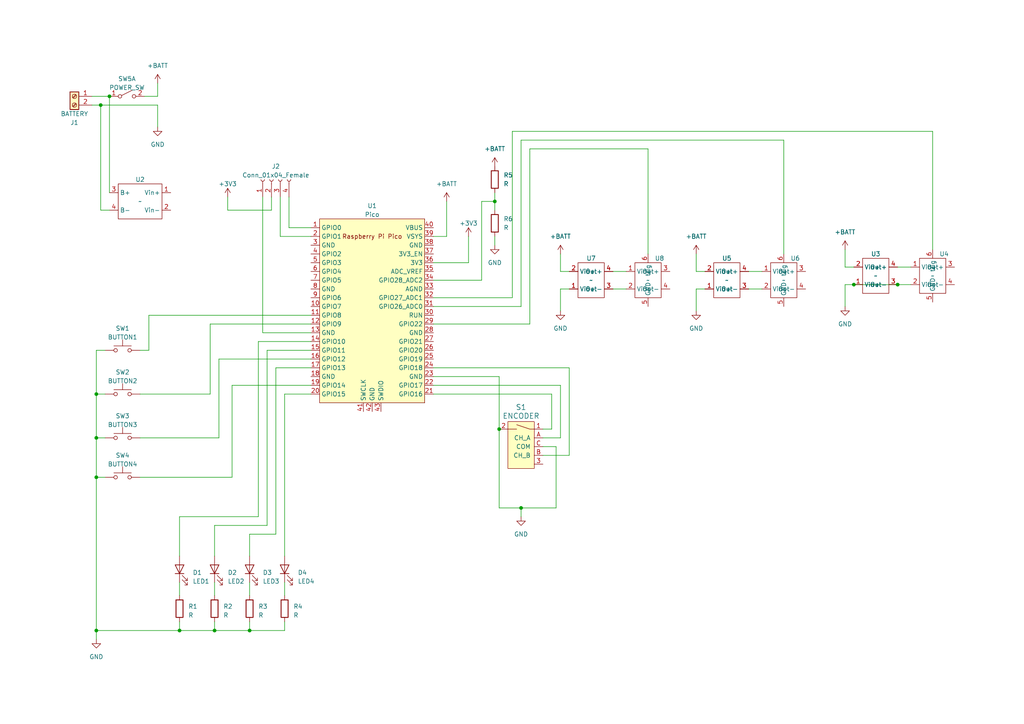
<source format=kicad_sch>
(kicad_sch (version 20230121) (generator eeschema)
  (paper "A4")
  (title_block (title "Drumkit") (date "2024-03-25") (rev "1"))
  (lib_symbols
    (symbol "Connector:Conn_01x04_Female" (pin_names (offset 1.016) hide)
      (property "Reference" "J" (at 0 5.08 0))
      (property "Value" "Conn_01x04_Female" (at 0 -7.62 0))
      (symbol "Conn_01x04_Female_1_1"
        (arc (start 0 -4.572) (mid -0.5058 -5.08) (end 0 -5.588) (stroke (width 0.1524)))
        (arc (start 0 -2.032) (mid -0.5058 -2.54) (end 0 -3.048) (stroke (width 0.1524)))
        (polyline (pts (xy -1.27 -5.08) (xy -0.508 -5.08)) (stroke (width 0.1524)))
        (polyline (pts (xy -1.27 -2.54) (xy -0.508 -2.54)) (stroke (width 0.1524)))
        (polyline (pts (xy -1.27 0) (xy -0.508 0)) (stroke (width 0.1524)))
        (polyline (pts (xy -1.27 2.54) (xy -0.508 2.54)) (stroke (width 0.1524)))
        (arc (start 0 0.508) (mid -0.5058 0) (end 0 -0.508) (stroke (width 0.1524)))
        (arc (start 0 3.048) (mid -0.5058 2.54) (end 0 2.032) (stroke (width 0.1524)))
        (pin passive line (at -5.08 2.54 0) (length 3.81) (name "Pin_1") (number "1"))
        (pin passive line (at -5.08 0 0) (length 3.81) (name "Pin_2") (number "2"))
        (pin passive line (at -5.08 -2.54 0) (length 3.81) (name "Pin_3") (number "3"))
        (pin passive line (at -5.08 -5.08 0) (length 3.81) (name "Pin_4") (number "4"))
      )
    )
    (symbol "Connector:Screw_Terminal_01x02" (pin_names (offset 1.016) hide)
      (property "Reference" "J" (at 0 2.54 0))
      (property "Value" "Screw_Terminal_01x02" (at 0 -5.08 0))
      (symbol "Screw_Terminal_01x02_1_1"
        (rectangle (start -1.27 1.27) (end 1.27 -3.81) (stroke (width 0.254)) (fill (type background)))
        (circle (center 0 -2.54) (radius 0.635) (stroke (width 0.1524)))
        (polyline (pts (xy -0.5334 -2.2098) (xy 0.3302 -3.048)) (stroke (width 0.1524)))
        (polyline (pts (xy -0.5334 0.3302) (xy 0.3302 -0.508)) (stroke (width 0.1524)))
        (polyline (pts (xy -0.3556 -2.032) (xy 0.508 -2.8702)) (stroke (width 0.1524)))
        (polyline (pts (xy -0.3556 0.508) (xy 0.508 -0.3302)) (stroke (width 0.1524)))
        (circle (center 0 0) (radius 0.635) (stroke (width 0.1524)))
        (pin passive line (at -5.08 0 0) (length 3.81) (name "Pin_1") (number "1"))
        (pin passive line (at -5.08 -2.54 0) (length 3.81) (name "Pin_2") (number "2"))
      )
    )
    (symbol "Device:LED" (pin_numbers hide) (pin_names (offset 1.016) hide)
      (property "Reference" "D" (at 0 2.54 0))
      (property "Value" "LED" (at 0 -2.54 0))
      (symbol "LED_0_1"
        (polyline (pts (xy -1.27 -1.27) (xy -1.27 1.27)) (stroke (width 0.2032)))
        (polyline (pts (xy -1.27 0) (xy 1.27 0)))
        (polyline (pts (xy 1.27 -1.27) (xy 1.27 1.27) (xy -1.27 0) (xy 1.27 -1.27)) (stroke (width 0.2032)))
        (polyline (pts (xy -3.048 -0.762) (xy -4.572 -2.286) (xy -3.81 -2.286) (xy -4.572 -2.286) (xy -4.572 -1.524)))
        (polyline (pts (xy -1.778 -0.762) (xy -3.302 -2.286) (xy -2.54 -2.286) (xy -3.302 -2.286) (xy -3.302 -1.524)))
      )
      (symbol "LED_1_1"
        (pin passive line (at -3.81 0 0) (length 2.54) (name "K") (number "1"))
        (pin passive line (at 3.81 0 180) (length 2.54) (name "A") (number "2"))
      )
    )
    (symbol "Device:R" (pin_numbers hide) (pin_names (offset 0))
      (property "Reference" "R" (at 2.032 0 90))
      (property "Value" "R" (at 0 0 90))
      (symbol "R_0_1"
        (rectangle (start -1.016 -2.54) (end 1.016 2.54) (stroke (width 0.254)))
      )
      (symbol "R_1_1"
        (pin passive line (at 0 3.81 270) (length 1.27) (name "~") (number "1"))
        (pin passive line (at 0 -3.81 90) (length 1.27) (name "~") (number "2"))
      )
    )
    (symbol "GND_1" (power) (pin_names (offset 0))
      (property "Value" "GND_1" (at 0 -3.81 0))
      (symbol "GND_1_0_1"
        (polyline (pts (xy 0 0) (xy 0 -1.27) (xy 1.27 -1.27) (xy 0 -2.54) (xy -1.27 -1.27) (xy 0 -1.27)))
      )
      (symbol "GND_1_1_1"
        (pin power_in line (at 0 0 270) (length 0) hide (name "GND") (number "1"))
      )
    )
    (symbol "MCU_RaspberryPi_and_Boards:Pico"
      (property "Reference" "U" (at -13.97 27.94 0))
      (property "Value" "Pico" (at 0 19.05 0))
      (symbol "Pico_0_0"
        (text "Raspberry Pi Pico" (at 0 21.59 0) (effects (font (size 1.27 1.27))))
      )
      (symbol "Pico_0_1"
        (rectangle (start -15.24 26.67) (end 15.24 -26.67) (fill (type background)))
      )
      (symbol "Pico_1_1"
        (pin bidirectional line (at -17.78 24.13 0) (length 2.54) (name "GPIO0") (number "1"))
        (pin bidirectional line (at -17.78 1.27 0) (length 2.54) (name "GPIO7") (number "10"))
        (pin bidirectional line (at -17.78 -1.27 0) (length 2.54) (name "GPIO8") (number "11"))
        (pin bidirectional line (at -17.78 -3.81 0) (length 2.54) (name "GPIO9") (number "12"))
        (pin power_in line (at -17.78 -6.35 0) (length 2.54) (name "GND") (number "13"))
        (pin bidirectional line (at -17.78 -8.89 0) (length 2.54) (name "GPIO10") (number "14"))
        (pin bidirectional line (at -17.78 -11.43 0) (length 2.54) (name "GPIO11") (number "15"))
        (pin bidirectional line (at -17.78 -13.97 0) (length 2.54) (name "GPIO12") (number "16"))
        (pin bidirectional line (at -17.78 -16.51 0) (length 2.54) (name "GPIO13") (number "17"))
        (pin power_in line (at -17.78 -19.05 0) (length 2.54) (name "GND") (number "18"))
        (pin bidirectional line (at -17.78 -21.59 0) (length 2.54) (name "GPIO14") (number "19"))
        (pin bidirectional line (at -17.78 21.59 0) (length 2.54) (name "GPIO1") (number "2"))
        (pin bidirectional line (at -17.78 -24.13 0) (length 2.54) (name "GPIO15") (number "20"))
        (pin bidirectional line (at 17.78 -24.13 180) (length 2.54) (name "GPIO16") (number "21"))
        (pin bidirectional line (at 17.78 -21.59 180) (length 2.54) (name "GPIO17") (number "22"))
        (pin power_in line (at 17.78 -19.05 180) (length 2.54) (name "GND") (number "23"))
        (pin bidirectional line (at 17.78 -16.51 180) (length 2.54) (name "GPIO18") (number "24"))
        (pin bidirectional line (at 17.78 -13.97 180) (length 2.54) (name "GPIO19") (number "25"))
        (pin bidirectional line (at 17.78 -11.43 180) (length 2.54) (name "GPIO20") (number "26"))
        (pin bidirectional line (at 17.78 -8.89 180) (length 2.54) (name "GPIO21") (number "27"))
        (pin power_in line (at 17.78 -6.35 180) (length 2.54) (name "GND") (number "28"))
        (pin bidirectional line (at 17.78 -3.81 180) (length 2.54) (name "GPIO22") (number "29"))
        (pin power_in line (at -17.78 19.05 0) (length 2.54) (name "GND") (number "3"))
        (pin input line (at 17.78 -1.27 180) (length 2.54) (name "RUN") (number "30"))
        (pin bidirectional line (at 17.78 1.27 180) (length 2.54) (name "GPIO26_ADC0") (number "31"))
        (pin bidirectional line (at 17.78 3.81 180) (length 2.54) (name "GPIO27_ADC1") (number "32"))
        (pin power_in line (at 17.78 6.35 180) (length 2.54) (name "AGND") (number "33"))
        (pin bidirectional line (at 17.78 8.89 180) (length 2.54) (name "GPIO28_ADC2") (number "34"))
        (pin power_in line (at 17.78 11.43 180) (length 2.54) (name "ADC_VREF") (number "35"))
        (pin power_in line (at 17.78 13.97 180) (length 2.54) (name "3V3") (number "36"))
        (pin input line (at 17.78 16.51 180) (length 2.54) (name "3V3_EN") (number "37"))
        (pin bidirectional line (at 17.78 19.05 180) (length 2.54) (name "GND") (number "38"))
        (pin power_in line (at 17.78 21.59 180) (length 2.54) (name "VSYS") (number "39"))
        (pin bidirectional line (at -17.78 16.51 0) (length 2.54) (name "GPIO2") (number "4"))
        (pin power_in line (at 17.78 24.13 180) (length 2.54) (name "VBUS") (number "40"))
        (pin input line (at -2.54 -29.21 90) (length 2.54) (name "SWCLK") (number "41"))
        (pin power_in line (at 0 -29.21 90) (length 2.54) (name "GND") (number "42"))
        (pin bidirectional line (at 2.54 -29.21 90) (length 2.54) (name "SWDIO") (number "43"))
        (pin bidirectional line (at -17.78 13.97 0) (length 2.54) (name "GPIO3") (number "5"))
        (pin bidirectional line (at -17.78 11.43 0) (length 2.54) (name "GPIO4") (number "6"))
        (pin bidirectional line (at -17.78 8.89 0) (length 2.54) (name "GPIO5") (number "7"))
        (pin power_in line (at -17.78 6.35 0) (length 2.54) (name "GND") (number "8"))
        (pin bidirectional line (at -17.78 3.81 0) (length 2.54) (name "GPIO6") (number "9"))
      )
    )
    (symbol "R_1" (pin_numbers hide) (pin_names (offset 0))
      (property "Reference" "R" (at 2.032 0 90))
      (property "Value" "R" (at 0 0 90))
      (symbol "R_1_0_1"
        (rectangle (start -1.016 -2.54) (end 1.016 2.54) (stroke (width 0.254)))
      )
      (symbol "R_1_1_1"
        (pin passive line (at 0 3.81 270) (length 1.27) (name "~") (number "1"))
        (pin passive line (at 0 -3.81 90) (length 1.27) (name "~") (number "2"))
      )
    )
    (symbol "Switch:SW_DPST_x2" (pin_names (offset 0) hide)
      (property "Reference" "SW" (at 0 3.175 0))
      (property "Value" "SW_DPST_x2" (at 0 -2.54 0))
      (symbol "SW_DPST_x2_0_0"
        (circle (center -2.032 0) (radius 0.508))
        (polyline (pts (xy -1.524 0.254) (xy 1.524 1.778)))
        (circle (center 2.032 0) (radius 0.508))
      )
      (symbol "SW_DPST_x2_1_1"
        (pin passive line (at -5.08 0 0) (length 2.54) (name "A") (number "1"))
        (pin passive line (at 5.08 0 180) (length 2.54) (name "B") (number "2"))
      )
      (symbol "SW_DPST_x2_2_1"
        (pin passive line (at -5.08 0 0) (length 2.54) (name "A") (number "3"))
        (pin passive line (at 5.08 0 180) (length 2.54) (name "B") (number "4"))
      )
    )
    (symbol "Switch:SW_Push" (pin_numbers hide) (pin_names (offset 1.016) hide)
      (property "Reference" "SW" (at 1.27 2.54 0))
      (property "Value" "SW_Push" (at 0 -1.524 0))
      (symbol "SW_Push_0_1"
        (circle (center -2.032 0) (radius 0.508))
        (polyline (pts (xy 0 1.27) (xy 0 3.048)))
        (polyline (pts (xy 2.54 1.27) (xy -2.54 1.27)))
        (circle (center 2.032 0) (radius 0.508))
        (pin passive line (at -5.08 0 0) (length 2.54) (name "1") (number "1"))
        (pin passive line (at 5.08 0 180) (length 2.54) (name "2") (number "2"))
      )
    )
    (symbol "chinese_modules:charger"
      (property "Reference" "U" (at 0 0 0))
      (symbol "charger_0_1"
        (rectangle (start -6.35 5.08) (end 6.35 -5.08))
      )
      (symbol "charger_1_1"
        (pin input line (at 8.89 2.54 180) (length 2.54) (name "Vin+") (number "1"))
        (pin input line (at 8.89 -2.54 180) (length 2.54) (name "Vin-") (number "2"))
        (pin input line (at -8.89 2.54 0) (length 2.54) (name "B+") (number "3"))
        (pin input line (at -8.89 -2.54 0) (length 2.54) (name "B-") (number "4"))
      )
    )
    (symbol "chinese_modules:dc-dc"
      (property "Reference" "U" (at 0 0 0))
      (symbol "dc-dc_0_1"
        (rectangle (start -3.81 5.08) (end 3.81 -5.08))
      )
      (symbol "dc-dc_1_1"
        (pin power_in line (at -6.35 -2.54 0) (length 2.54) (name "Vin+") (number "1"))
        (pin power_in line (at -6.35 2.54 0) (length 2.54) (name "Vin+") (number "2"))
        (pin power_out line (at 6.35 -2.54 180) (length 2.54) (name "Out-") (number "3"))
        (pin power_out line (at 6.35 2.54 180) (length 2.54) (name "Out+") (number "4"))
      )
    )
    (symbol "chinese_modules:xy-mos"
      (property "Reference" "U" (at -11.43 0 0))
      (symbol "xy-mos_0_1"
        (rectangle (start -3.81 5.08) (end 3.81 -5.08))
      )
      (symbol "xy-mos_1_1"
        (pin power_in line (at -6.35 2.54 0) (length 2.54) (name "Vin+") (number "1"))
        (pin power_in line (at -6.35 -2.54 0) (length 2.54) (name "Vin-") (number "2"))
        (pin power_out line (at 6.35 2.54 180) (length 2.54) (name "Out+") (number "3"))
        (pin power_out line (at 6.35 -2.54 180) (length 2.54) (name "Out-") (number "4"))
        (pin input line (at 0 -7.62 90) (length 2.54) (name "GND") (number "5"))
        (pin input line (at 0 7.62 270) (length 2.54) (name "trig") (number "6"))
      )
    )
    (symbol "dk_Encoders:PEC11R-4215F-S0024" (pin_names (offset 1.016))
      (property "Reference" "S" (at -1.27 5.715 0))
      (property "Value" "PEC11R-4215F-S0024" (at -1.27 -9.906 0))
      (symbol "PEC11R-4215F-S0024_0_1"
        (rectangle (start -5.08 4.699) (end 2.54 -8.89) (fill (type background)))
        (polyline (pts (xy 0 2.54) (xy 2.54 2.54)))
        (polyline (pts (xy -5.08 2.54) (xy -3.81 2.54) (xy 0 3.81)))
      )
      (symbol "PEC11R-4215F-S0024_1_1"
        (pin bidirectional line (at -7.62 2.54 0) (length 2.54) (name "~") (number "1"))
        (pin bidirectional line (at 5.08 2.54 180) (length 2.54) (name "~") (number "2"))
        (pin unspecified line (at -7.62 -7.62 0) (length 2.54) (name "~") (number "3"))
        (pin bidirectional line (at -7.62 0 0) (length 2.54) (name "CH_A") (number "A"))
        (pin bidirectional line (at -7.62 -5.08 0) (length 2.54) (name "CH_B") (number "B"))
        (pin input line (at -7.62 -2.54 0) (length 2.54) (name "COM") (number "C"))
      )
    )
    (symbol "power:+3.3V" (power) (pin_names (offset 0))
      (property "Value" "+3.3V" (at 0 3.556 0))
      (symbol "+3.3V_0_1"
        (polyline (pts (xy -0.762 1.27) (xy 0 2.54)))
        (polyline (pts (xy 0 0) (xy 0 2.54)))
        (polyline (pts (xy 0 2.54) (xy 0.762 1.27)))
      )
      (symbol "+3.3V_1_1"
        (pin power_in line (at 0 0 90) (length 0) hide (name "+3V3") (number "1"))
      )
    )
    (symbol "power:+BATT" (power) (pin_names (offset 0))
      (property "Value" "+BATT" (at 0 3.556 0))
      (symbol "+BATT_0_1"
        (polyline (pts (xy -0.762 1.27) (xy 0 2.54)))
        (polyline (pts (xy 0 0) (xy 0 2.54)))
        (polyline (pts (xy 0 2.54) (xy 0.762 1.27)))
      )
      (symbol "+BATT_1_1"
        (pin power_in line (at 0 0 90) (length 0) hide (name "+BATT") (number "1"))
      )
    )
    (symbol "power:GND" (power) (pin_names (offset 0))
      (property "Value" "GND" (at 0 -3.81 0))
      (symbol "GND_0_1"
        (polyline (pts (xy 0 0) (xy 0 -1.27) (xy 1.27 -1.27) (xy 0 -2.54) (xy -1.27 -1.27) (xy 0 -1.27)))
      )
      (symbol "GND_1_1"
        (pin power_in line (at 0 0 270) (length 0) hide (name "GND") (number "1"))
      )
    )
  )
  (junction (at 247.65 82.55))
  (junction (at 27.94 114.3))
  (junction (at 62.23 182.88))
  (junction (at 144.78 124.46))
  (junction (at 29.21 30.48))
  (junction (at 260.35 82.55))
  (junction (at 27.94 138.43))
  (junction (at 143.51 58.42))
  (junction (at 27.94 127))
  (junction (at 52.07 182.88))
  (junction (at 72.39 182.88))
  (junction (at 151.13 147.32))
  (junction (at 27.94 182.88))
  (junction (at 31.75 27.94))
  (wire (pts (xy 29.21 60.96) (xy 29.21 30.48)))
  (wire (pts (xy 144.78 109.22) (xy 144.78 124.46)))
  (wire (pts (xy 204.47 83.82) (xy 201.93 83.82)))
  (wire (pts (xy 165.1 83.82) (xy 162.56 83.82)))
  (wire (pts (xy 247.65 82.55) (xy 260.35 82.55)))
  (wire (pts (xy 260.35 82.55) (xy 264.16 82.55)))
  (wire (pts (xy 30.48 127) (xy 27.94 127)))
  (wire (pts (xy 201.93 73.66) (xy 201.93 78.74)))
  (wire (pts (xy 52.07 149.86) (xy 74.93 149.86)))
  (wire (pts (xy 148.59 38.1) (xy 270.51 38.1)))
  (wire (pts (xy 80.01 106.68) (xy 80.01 154.94)))
  (wire (pts (xy 187.96 43.18) (xy 187.96 73.66)))
  (wire (pts (xy 139.7 81.28) (xy 139.7 58.42)))
  (wire (pts (xy 157.48 124.46) (xy 160.02 124.46)))
  (wire (pts (xy 27.94 182.88) (xy 27.94 185.42)))
  (wire (pts (xy 40.64 138.43) (xy 67.31 138.43)))
  (wire (pts (xy 43.18 101.6) (xy 40.64 101.6)))
  (wire (pts (xy 66.04 60.96) (xy 78.74 60.96)))
  (wire (pts (xy 67.31 138.43) (xy 67.31 111.76)))
  (wire (pts (xy 153.67 43.18) (xy 187.96 43.18)))
  (wire (pts (xy 81.28 68.58) (xy 90.17 68.58)))
  (wire (pts (xy 30.48 101.6) (xy 27.94 101.6)))
  (wire (pts (xy 227.33 40.64) (xy 227.33 73.66)))
  (wire (pts (xy 62.23 152.4) (xy 62.23 161.29)))
  (wire (pts (xy 148.59 86.36) (xy 148.59 38.1)))
  (wire (pts (xy 72.39 168.91) (xy 72.39 172.72)))
  (wire (pts (xy 157.48 129.54) (xy 161.29 129.54)))
  (wire (pts (xy 153.67 93.98) (xy 153.67 43.18)))
  (wire (pts (xy 162.56 127) (xy 162.56 111.76)))
  (wire (pts (xy 78.74 60.96) (xy 78.74 57.15)))
  (wire (pts (xy 151.13 88.9) (xy 125.73 88.9)))
  (wire (pts (xy 177.8 78.74) (xy 181.61 78.74)))
  (wire (pts (xy 52.07 182.88) (xy 62.23 182.88)))
  (wire (pts (xy 82.55 168.91) (xy 82.55 172.72)))
  (wire (pts (xy 217.17 83.82) (xy 220.98 83.82)))
  (wire (pts (xy 260.35 77.47) (xy 264.16 77.47)))
  (wire (pts (xy 27.94 101.6) (xy 27.94 114.3)))
  (wire (pts (xy 245.11 77.47) (xy 247.65 77.47)))
  (wire (pts (xy 165.1 106.68) (xy 165.1 132.08)))
  (wire (pts (xy 74.93 99.06) (xy 90.17 99.06)))
  (wire (pts (xy 151.13 40.64) (xy 151.13 88.9)))
  (wire (pts (xy 52.07 182.88) (xy 52.07 180.34)))
  (wire (pts (xy 82.55 182.88) (xy 82.55 180.34)))
  (wire (pts (xy 125.73 81.28) (xy 139.7 81.28)))
  (wire (pts (xy 62.23 168.91) (xy 62.23 172.72)))
  (wire (pts (xy 45.72 30.48) (xy 45.72 36.83)))
  (wire (pts (xy 125.73 76.2) (xy 135.89 76.2)))
  (wire (pts (xy 27.94 114.3) (xy 30.48 114.3)))
  (wire (pts (xy 27.94 114.3) (xy 27.94 127)))
  (wire (pts (xy 43.18 91.44) (xy 90.17 91.44)))
  (wire (pts (xy 40.64 127) (xy 63.5 127)))
  (wire (pts (xy 177.8 83.82) (xy 181.61 83.82)))
  (wire (pts (xy 129.54 68.58) (xy 129.54 58.42)))
  (wire (pts (xy 72.39 154.94) (xy 80.01 154.94)))
  (wire (pts (xy 83.82 66.04) (xy 90.17 66.04)))
  (wire (pts (xy 125.73 106.68) (xy 165.1 106.68)))
  (wire (pts (xy 90.17 104.14) (xy 63.5 104.14)))
  (wire (pts (xy 45.72 27.94) (xy 45.72 24.13)))
  (wire (pts (xy 77.47 152.4) (xy 62.23 152.4)))
  (wire (pts (xy 160.02 114.3) (xy 125.73 114.3)))
  (wire (pts (xy 245.11 82.55) (xy 245.11 88.9)))
  (wire (pts (xy 161.29 129.54) (xy 161.29 147.32)))
  (wire (pts (xy 41.91 27.94) (xy 45.72 27.94)))
  (wire (pts (xy 26.67 30.48) (xy 29.21 30.48)))
  (wire (pts (xy 143.51 58.42) (xy 143.51 60.96)))
  (wire (pts (xy 67.31 111.76) (xy 90.17 111.76)))
  (wire (pts (xy 72.39 182.88) (xy 72.39 180.34)))
  (wire (pts (xy 80.01 106.68) (xy 90.17 106.68)))
  (wire (pts (xy 135.89 76.2) (xy 135.89 68.58)))
  (wire (pts (xy 74.93 149.86) (xy 74.93 99.06)))
  (wire (pts (xy 29.21 60.96) (xy 31.75 60.96)))
  (wire (pts (xy 245.11 82.55) (xy 247.65 82.55)))
  (wire (pts (xy 143.51 55.88) (xy 143.51 58.42)))
  (wire (pts (xy 52.07 161.29) (xy 52.07 149.86)))
  (wire (pts (xy 144.78 124.46) (xy 144.78 147.32)))
  (wire (pts (xy 125.73 68.58) (xy 129.54 68.58)))
  (wire (pts (xy 270.51 38.1) (xy 270.51 72.39)))
  (wire (pts (xy 139.7 58.42) (xy 143.51 58.42)))
  (wire (pts (xy 90.17 114.3) (xy 82.55 114.3)))
  (wire (pts (xy 27.94 138.43) (xy 27.94 182.88)))
  (wire (pts (xy 217.17 78.74) (xy 220.98 78.74)))
  (wire (pts (xy 165.1 132.08) (xy 157.48 132.08)))
  (wire (pts (xy 60.96 93.98) (xy 90.17 93.98)))
  (wire (pts (xy 227.33 40.64) (xy 151.13 40.64)))
  (wire (pts (xy 40.64 114.3) (xy 60.96 114.3)))
  (wire (pts (xy 43.18 91.44) (xy 43.18 101.6)))
  (wire (pts (xy 162.56 83.82) (xy 162.56 90.17)))
  (wire (pts (xy 72.39 182.88) (xy 82.55 182.88)))
  (wire (pts (xy 76.2 57.15) (xy 76.2 96.52)))
  (wire (pts (xy 201.93 78.74) (xy 204.47 78.74)))
  (wire (pts (xy 77.47 101.6) (xy 77.47 152.4)))
  (wire (pts (xy 29.21 30.48) (xy 45.72 30.48)))
  (wire (pts (xy 66.04 57.15) (xy 66.04 60.96)))
  (wire (pts (xy 60.96 114.3) (xy 60.96 93.98)))
  (wire (pts (xy 82.55 114.3) (xy 82.55 161.29)))
  (wire (pts (xy 27.94 138.43) (xy 30.48 138.43)))
  (wire (pts (xy 72.39 161.29) (xy 72.39 154.94)))
  (wire (pts (xy 27.94 182.88) (xy 52.07 182.88)))
  (wire (pts (xy 76.2 96.52) (xy 90.17 96.52)))
  (wire (pts (xy 162.56 73.66) (xy 162.56 78.74)))
  (wire (pts (xy 160.02 124.46) (xy 160.02 114.3)))
  (wire (pts (xy 162.56 111.76) (xy 125.73 111.76)))
  (wire (pts (xy 143.51 68.58) (xy 143.51 71.12)))
  (wire (pts (xy 157.48 127) (xy 162.56 127)))
  (wire (pts (xy 31.75 27.94) (xy 31.75 55.88)))
  (wire (pts (xy 162.56 78.74) (xy 165.1 78.74)))
  (wire (pts (xy 52.07 168.91) (xy 52.07 172.72)))
  (wire (pts (xy 27.94 127) (xy 27.94 138.43)))
  (wire (pts (xy 62.23 182.88) (xy 62.23 180.34)))
  (wire (pts (xy 81.28 57.15) (xy 81.28 68.58)))
  (wire (pts (xy 63.5 104.14) (xy 63.5 127)))
  (wire (pts (xy 201.93 83.82) (xy 201.93 90.17)))
  (wire (pts (xy 161.29 147.32) (xy 151.13 147.32)))
  (wire (pts (xy 125.73 93.98) (xy 153.67 93.98)))
  (wire (pts (xy 62.23 182.88) (xy 72.39 182.88)))
  (wire (pts (xy 151.13 147.32) (xy 144.78 147.32)))
  (wire (pts (xy 125.73 109.22) (xy 144.78 109.22)))
  (wire (pts (xy 125.73 86.36) (xy 148.59 86.36)))
  (wire (pts (xy 77.47 101.6) (xy 90.17 101.6)))
  (wire (pts (xy 26.67 27.94) (xy 31.75 27.94)))
  (wire (pts (xy 83.82 57.15) (xy 83.82 66.04)))
  (wire (pts (xy 245.11 72.39) (xy 245.11 77.47)))
  (wire (pts (xy 151.13 147.32) (xy 151.13 149.86)))
  (symbol (lib_id "power:GND") (at 201.93 90.17 0) (unit 1)
    (property "Reference" "#PWR09" (effects hide))
    (property "Value" "GND" (at 201.93 95.25 0))
  )
  (symbol (lib_id "power:+BATT") (at 45.72 24.13 0) (unit 1)
    (property "Reference" "#PWR06" (effects hide))
    (property "Value" "+BATT" (at 45.72 19.05 0))
  )
  (symbol (lib_id "Device:LED") (at 72.39 165.1 90) (unit 1)
    (property "Reference" "D3" (at 76.2 166.0652 90) (effects (justify right)))
    (property "Value" "LED3" (at 76.2 168.6052 90) (effects (justify right)))
    (property "Footprint" "LED_THT:LED_D5.0mm" (effects hide))
  )
  (symbol (lib_id "power:+BATT") (at 245.11 72.39 0) (unit 1)
    (property "Reference" "#PWR04" (effects hide))
    (property "Value" "+BATT" (at 245.11 67.31 0))
  )
  (symbol (lib_id "Switch:SW_DPST_x2") (at 36.83 27.94 0) (unit 1)
    (property "Reference" "SW5" (at 36.83 22.86 0))
    (property "Value" "POWER_SW" (at 36.83 25.4 0))
    (property "Footprint" "Inductor_THT:L_Radial_D12.0mm_P6.00mm_MuRATA_1900R" (effects hide))
  )
  (symbol (lib_name "R_1") (lib_id "Device:R") (at 143.51 64.77 0) (unit 1)
    (property "Reference" "R6" (at 146.05 63.5 0) (effects (justify left)))
    (property "Value" "R" (at 146.05 66.04 0) (effects (justify left)))
    (property "Footprint" "Resistor_THT:R_Axial_DIN0309_L9.0mm_D3.2mm_P12.70mm_Horizontal" (effects hide))
  )
  (symbol (lib_id "chinese_modules:xy-mos") (at 187.96 81.28 0) (unit 1)
    (property "Reference" "U8" (at 189.9159 74.93 0) (effects (justify left)))
    (property "Value" "~" (at 187.96 81.28 0))
    (property "Footprint" "chinese_modules:xy-mos" (effects hide))
  )
  (symbol (lib_id "Device:R") (at 82.55 176.53 0) (unit 1)
    (property "Reference" "R4" (at 85.09 175.895 0) (effects (justify left)))
    (property "Value" "R" (at 85.09 178.435 0) (effects (justify left)))
    (property "Footprint" "Resistor_THT:R_Axial_DIN0617_L17.0mm_D6.0mm_P5.08mm_Vertical" (effects hide))
  )
  (symbol (lib_id "power:+3.3V") (at 135.89 68.58 0) (unit 1)
    (property "Reference" "#PWR07" (effects hide))
    (property "Value" "+3.3V" (at 135.89 64.77 0))
  )
  (symbol (lib_id "power:GND") (at 143.51 71.12 0) (unit 1)
    (property "Reference" "#PWR011" (effects hide))
    (property "Value" "GND" (at 143.51 76.2 0))
  )
  (symbol (lib_id "power:+BATT") (at 143.51 48.26 0) (unit 1)
    (property "Reference" "#PWR05" (effects hide))
    (property "Value" "+BATT" (at 143.51 43.18 0))
  )
  (symbol (lib_id "Device:LED") (at 82.55 165.1 90) (unit 1)
    (property "Reference" "D4" (at 86.36 166.0652 90) (effects (justify right)))
    (property "Value" "LED4" (at 86.36 168.6052 90) (effects (justify right)))
    (property "Footprint" "LED_THT:LED_D5.0mm" (effects hide))
  )
  (symbol (lib_id "chinese_modules:charger") (at 40.64 58.42 0) (unit 1)
    (property "Reference" "U2" (at 40.64 52.07 0))
    (property "Value" "~" (at 40.64 58.42 0))
    (property "Footprint" "chinese_modules:charger" (effects hide))
  )
  (symbol (lib_id "chinese_modules:dc-dc") (at 210.82 81.28 0) (unit 1)
    (property "Reference" "U5" (at 210.82 74.93 0))
    (property "Value" "~" (at 210.82 81.28 0))
    (property "Footprint" "chinese_modules:dc-dc module" (effects hide))
  )
  (symbol (lib_id "Connector:Screw_Terminal_01x02") (at 21.59 27.94 0) (mirror y) (unit 1)
    (property "Reference" "J1" (at 21.59 35.56 0))
    (property "Value" "BATTERY" (at 21.59 33.02 0))
    (property "Footprint" "TerminalBlock:TerminalBlock_bornier-2_P5.08mm" (effects hide))
  )
  (symbol (lib_id "Switch:SW_Push") (at 35.56 101.6 0) (unit 1)
    (property "Reference" "SW1" (at 35.56 95.25 0))
    (property "Value" "BUTTON1" (at 35.56 97.79 0))
    (property "Footprint" "Inductor_THT:L_Radial_D12.0mm_P6.00mm_MuRATA_1900R" (effects hide))
  )
  (symbol (lib_id "Switch:SW_Push") (at 35.56 114.3 0) (unit 1)
    (property "Reference" "SW2" (at 35.56 107.95 0))
    (property "Value" "BUTTON2" (at 35.56 110.49 0))
    (property "Footprint" "Inductor_THT:L_Radial_D12.0mm_P6.00mm_MuRATA_1900R" (effects hide))
  )
  (symbol (lib_id "chinese_modules:xy-mos") (at 227.33 81.28 0) (unit 1)
    (property "Reference" "U6" (at 229.2859 74.93 0) (effects (justify left)))
    (property "Value" "~" (at 227.33 81.28 0))
    (property "Footprint" "chinese_modules:xy-mos" (effects hide))
  )
  (symbol (lib_id "Switch:SW_Push") (at 35.56 127 0) (unit 1)
    (property "Reference" "SW3" (at 35.56 120.65 0))
    (property "Value" "BUTTON3" (at 35.56 123.19 0))
    (property "Footprint" "Inductor_THT:L_Radial_D12.0mm_P6.00mm_MuRATA_1900R" (effects hide))
  )
  (symbol (lib_name "GND_1") (lib_id "power:GND") (at 245.11 88.9 0) (unit 1)
    (property "Reference" "#PWR014" (effects hide))
    (property "Value" "GND" (at 245.11 93.98 0))
  )
  (symbol (lib_id "power:+BATT") (at 129.54 58.42 0) (unit 1)
    (property "Reference" "#PWR03" (effects hide))
    (property "Value" "+BATT" (at 129.54 53.34 0))
  )
  (symbol (lib_id "Device:R") (at 62.23 176.53 0) (unit 1)
    (property "Reference" "R2" (at 64.77 175.895 0) (effects (justify left)))
    (property "Value" "R" (at 64.77 178.435 0) (effects (justify left)))
    (property "Footprint" "Resistor_THT:R_Axial_DIN0617_L17.0mm_D6.0mm_P5.08mm_Vertical" (effects hide))
  )
  (symbol (lib_id "chinese_modules:dc-dc") (at 254 80.01 0) (unit 1)
    (property "Reference" "U3" (at 254 73.66 0))
    (property "Value" "~" (at 254 80.01 0))
    (property "Footprint" "chinese_modules:dc-dc module" (effects hide))
  )
  (symbol (lib_id "chinese_modules:xy-mos") (at 270.51 80.01 0) (unit 1)
    (property "Reference" "U4" (at 272.4659 73.66 0) (effects (justify left)))
    (property "Value" "~" (at 270.51 80.01 0))
    (property "Footprint" "chinese_modules:xy-mos" (effects hide))
  )
  (symbol (lib_id "power:GND") (at 151.13 149.86 0) (unit 1)
    (property "Reference" "#PWR015" (effects hide))
    (property "Value" "GND" (at 151.13 154.94 0))
  )
  (symbol (lib_id "power:GND") (at 27.94 185.42 0) (unit 1)
    (property "Reference" "#PWR01" (effects hide))
    (property "Value" "GND" (at 27.94 190.5 0))
  )
  (symbol (lib_id "Device:R") (at 52.07 176.53 0) (unit 1)
    (property "Reference" "R1" (at 54.61 175.895 0) (effects (justify left)))
    (property "Value" "R" (at 54.61 178.435 0) (effects (justify left)))
    (property "Footprint" "Resistor_THT:R_Axial_DIN0617_L17.0mm_D6.0mm_P5.08mm_Vertical" (effects hide))
  )
  (symbol (lib_id "Device:LED") (at 62.23 165.1 90) (unit 1)
    (property "Reference" "D2" (at 66.04 166.0652 90) (effects (justify right)))
    (property "Value" "LED2" (at 66.04 168.6052 90) (effects (justify right)))
    (property "Footprint" "LED_THT:LED_D5.0mm" (effects hide))
  )
  (symbol (lib_id "power:GND") (at 45.72 36.83 0) (unit 1)
    (property "Reference" "#PWR02" (effects hide))
    (property "Value" "GND" (at 45.72 41.91 0))
  )
  (symbol (lib_id "power:+3.3V") (at 66.04 57.15 0) (unit 1)
    (property "Reference" "#PWR012" (effects hide))
    (property "Value" "+3.3V" (at 66.04 53.34 0))
  )
  (symbol (lib_id "dk_Encoders:PEC11R-4215F-S0024") (at 149.86 127 0) (mirror y) (unit 1)
    (property "Reference" "S1" (at 151.13 118.11 0) (effects (font (size 1.524 1.524))))
    (property "Value" "ENCODER" (at 151.13 120.65 0) (effects (font (size 1.524 1.524))))
    (property "Footprint" "digikey-footprints:Rotary_Encoder_Switched_PEC11R" (effects hide))
    (property "Datasheet" "https://www.bourns.com/docs/Product-Datasheets/PEC11R.pdf" (effects hide))
    (property "Digi-Key_PN" "PEC11R-4215F-S0024-ND" (effects hide))
    (property "MPN" "PEC11R-4215F-S0024" (effects hide))
    (property "Category" "Sensors, Transducers" (effects hide))
    (property "Family" "Encoders" (effects hide))
    (property "DK_Datasheet_Link" "https://www.bourns.com/docs/Product-Datasheets/PEC11R.pdf" (effects hide))
    (property "DK_Detail_Page" "/product-detail/en/bourns-inc/PEC11R-4215F-S0024/PEC11R-4215F-S0024-ND/4499665" (effects hide))
    (property "Description" "ROTARY ENCODER MECHANICAL 24PPR" (effects hide))
    (property "Manufacturer" "Bourns Inc." (effects hide))
    (property "Status" "Active" (effects hide))
  )
  (symbol (lib_name "R_1") (lib_id "Device:R") (at 143.51 52.07 0) (unit 1)
    (property "Reference" "R5" (at 146.05 50.8 0) (effects (justify left)))
    (property "Value" "R" (at 146.05 53.34 0) (effects (justify left)))
    (property "Footprint" "Resistor_THT:R_Axial_DIN0309_L9.0mm_D3.2mm_P12.70mm_Horizontal" (effects hide))
  )
  (symbol (lib_id "chinese_modules:dc-dc") (at 171.45 81.28 0) (unit 1)
    (property "Reference" "U7" (at 171.45 74.93 0))
    (property "Value" "~" (at 171.45 81.28 0))
    (property "Footprint" "chinese_modules:dc-dc module" (effects hide))
  )
  (symbol (lib_id "MCU_RaspberryPi_and_Boards:Pico") (at 107.95 90.17 0) (unit 1)
    (property "Reference" "U1" (at 107.95 59.69 0))
    (property "Value" "Pico" (at 107.95 62.23 0))
    (property "Footprint" "MCU_RaspberryPi_and_Boards:RPi_Pico_SMD_TH" (effects hide))
  )
  (symbol (lib_id "Switch:SW_Push") (at 35.56 138.43 0) (unit 1)
    (property "Reference" "SW4" (at 35.56 132.08 0))
    (property "Value" "BUTTON4" (at 35.56 134.62 0))
    (property "Footprint" "Inductor_THT:L_Radial_D12.0mm_P6.00mm_MuRATA_1900R" (effects hide))
  )
  (symbol (lib_id "Connector:Conn_01x04_Female") (at 78.74 52.07 90) (unit 1)
    (property "Reference" "J2" (at 80.01 48.26 90))
    (property "Value" "Conn_01x04_Female" (at 80.01 50.8 90))
    (property "Footprint" "Connector_PinHeader_2.54mm:PinHeader_1x04_P2.54mm_Vertical" (effects hide))
  )
  (symbol (lib_id "Device:R") (at 72.39 176.53 0) (unit 1)
    (property "Reference" "R3" (at 74.93 175.895 0) (effects (justify left)))
    (property "Value" "R" (at 74.93 178.435 0) (effects (justify left)))
    (property "Footprint" "Resistor_THT:R_Axial_DIN0617_L17.0mm_D6.0mm_P5.08mm_Vertical" (effects hide))
  )
  (symbol (lib_id "Device:LED") (at 52.07 165.1 90) (unit 1)
    (property "Reference" "D1" (at 55.88 166.0652 90) (effects (justify right)))
    (property "Value" "LED1" (at 55.88 168.6052 90) (effects (justify right)))
    (property "Footprint" "LED_THT:LED_D5.0mm" (effects hide))
  )
  (symbol (lib_id "power:+BATT") (at 162.56 73.66 0) (unit 1)
    (property "Reference" "#PWR010" (effects hide))
    (property "Value" "+BATT" (at 162.56 68.58 0))
  )
  (symbol (lib_id "power:+BATT") (at 201.93 73.66 0) (unit 1)
    (property "Reference" "#PWR08" (effects hide))
    (property "Value" "+BATT" (at 201.93 68.58 0))
  )
  (symbol (lib_id "power:GND") (at 162.56 90.17 0) (unit 1)
    (property "Reference" "#PWR013" (effects hide))
    (property "Value" "GND" (at 162.56 95.25 0))
  )
)
</source>
